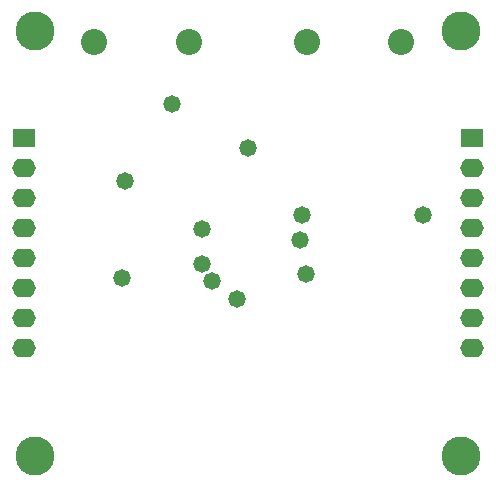
<source format=gbs>
G04 Layer_Color=8150272*
%FSAX44Y44*%
%MOMM*%
G71*
G01*
G75*
%ADD51O,1.9812X1.6002*%
%ADD52R,1.9812X1.6002*%
%ADD53C,3.3032*%
%ADD54C,2.2032*%
%ADD55C,1.4732*%
D51*
X00954540Y00737870D02*
D03*
Y00610870D02*
D03*
Y00636270D02*
D03*
Y00661670D02*
D03*
Y00687070D02*
D03*
Y00763270D02*
D03*
Y00712470D02*
D03*
X00574540Y00737870D02*
D03*
Y00610870D02*
D03*
Y00636270D02*
D03*
Y00661670D02*
D03*
Y00687070D02*
D03*
Y00763270D02*
D03*
Y00712470D02*
D03*
D52*
X00954540Y00788670D02*
D03*
X00574540D02*
D03*
D53*
X00584540Y00879770D02*
D03*
X00944540D02*
D03*
Y00519770D02*
D03*
X00584540D02*
D03*
D54*
X00894540Y00869770D02*
D03*
X00814540D02*
D03*
X00714540D02*
D03*
X00634540D02*
D03*
D55*
X00660640Y00752670D02*
D03*
X00810640Y00723470D02*
D03*
X00808840Y00702870D02*
D03*
X00700640Y00817470D02*
D03*
X00764540Y00780670D02*
D03*
X00657540Y00670070D02*
D03*
X00733840Y00667570D02*
D03*
X00725840Y00682470D02*
D03*
X00725440Y00711570D02*
D03*
X00813440Y00673570D02*
D03*
X00755240Y00652270D02*
D03*
X00912840Y00723470D02*
D03*
M02*

</source>
